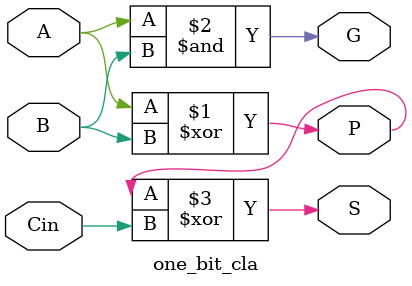
<source format=v>
module one_bit_cla (A, B, Cin, S, P, G);

input A, B, Cin;

output S, P, G;

assign P = A ^ B;
assign G = A & B;

assign S = P ^ Cin;

endmodule

</source>
